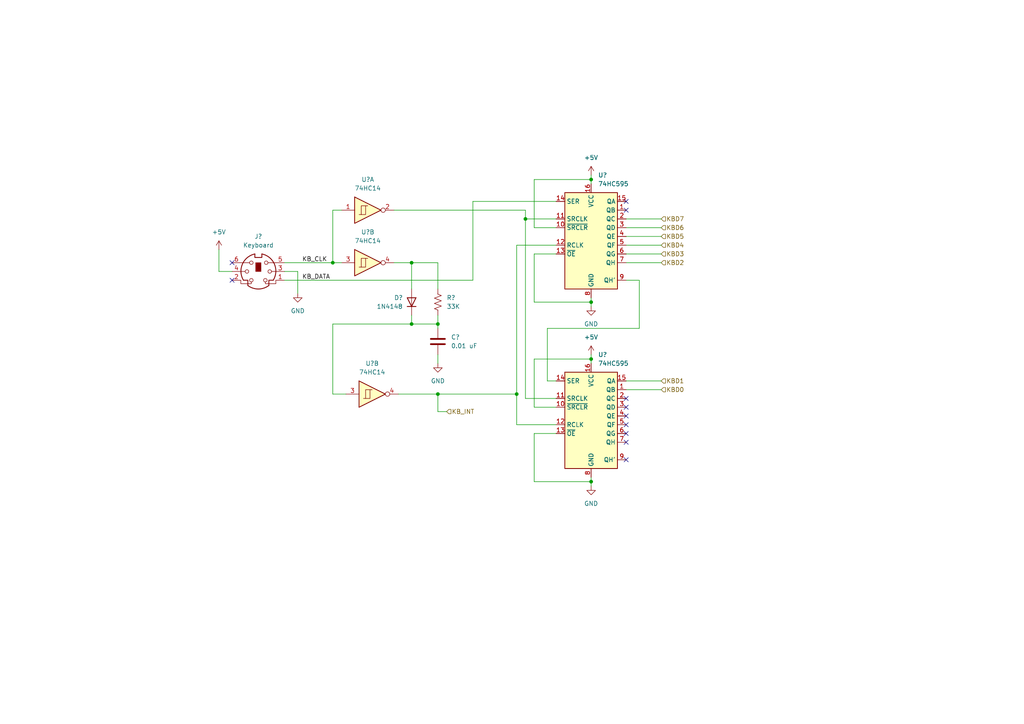
<source format=kicad_sch>
(kicad_sch (version 20211123) (generator eeschema)
  (paper "A4")
  (title_block (title "65816 -PS/2") (date "2022-03-21") (rev "v1") (company "Alexander Hansen"))
  (lib_symbols
    (symbol "74xx:74HC14" (pin_names (offset 1.016))
      (property "Reference" "U" (at 0 1.27 0))
      (property "Value" "74HC14" (at 0 -1.27 0))
      (symbol "74HC14_1_0"
        (polyline (pts (xy -3.81 3.81) (xy -3.81 -3.81) (xy 3.81 0) (xy -3.81 3.81)) (stroke (width 0.254)) (fill (type background)))
        (pin input line (at -7.62 0 0) (length 3.81) (name "~") (number "1"))
        (pin output inverted (at 7.62 0 180) (length 3.81) (name "~") (number "2"))
      )
      (symbol "74HC14_1_1"
        (polyline (pts (xy -1.905 -1.27) (xy -1.905 1.27) (xy -0.635 1.27)))
        (polyline (pts (xy -2.54 -1.27) (xy -0.635 -1.27) (xy -0.635 1.27) (xy 0 1.27)))
      )
      (symbol "74HC14_2_0"
        (polyline (pts (xy -3.81 3.81) (xy -3.81 -3.81) (xy 3.81 0) (xy -3.81 3.81)) (stroke (width 0.254)) (fill (type background)))
        (pin input line (at -7.62 0 0) (length 3.81) (name "~") (number "3"))
        (pin output inverted (at 7.62 0 180) (length 3.81) (name "~") (number "4"))
      )
      (symbol "74HC14_2_1"
        (polyline (pts (xy -1.905 -1.27) (xy -1.905 1.27) (xy -0.635 1.27)))
        (polyline (pts (xy -2.54 -1.27) (xy -0.635 -1.27) (xy -0.635 1.27) (xy 0 1.27)))
      )
      (symbol "74HC14_3_0"
        (polyline (pts (xy -3.81 3.81) (xy -3.81 -3.81) (xy 3.81 0) (xy -3.81 3.81)) (stroke (width 0.254)) (fill (type background)))
        (pin input line (at -7.62 0 0) (length 3.81) (name "~") (number "5"))
        (pin output inverted (at 7.62 0 180) (length 3.81) (name "~") (number "6"))
      )
      (symbol "74HC14_3_1"
        (polyline (pts (xy -1.905 -1.27) (xy -1.905 1.27) (xy -0.635 1.27)))
        (polyline (pts (xy -2.54 -1.27) (xy -0.635 -1.27) (xy -0.635 1.27) (xy 0 1.27)))
      )
      (symbol "74HC14_4_0"
        (polyline (pts (xy -3.81 3.81) (xy -3.81 -3.81) (xy 3.81 0) (xy -3.81 3.81)) (stroke (width 0.254)) (fill (type background)))
        (pin output inverted (at 7.62 0 180) (length 3.81) (name "~") (number "8"))
        (pin input line (at -7.62 0 0) (length 3.81) (name "~") (number "9"))
      )
      (symbol "74HC14_4_1"
        (polyline (pts (xy -1.905 -1.27) (xy -1.905 1.27) (xy -0.635 1.27)))
        (polyline (pts (xy -2.54 -1.27) (xy -0.635 -1.27) (xy -0.635 1.27) (xy 0 1.27)))
      )
      (symbol "74HC14_5_0"
        (polyline (pts (xy -3.81 3.81) (xy -3.81 -3.81) (xy 3.81 0) (xy -3.81 3.81)) (stroke (width 0.254)) (fill (type background)))
        (pin output inverted (at 7.62 0 180) (length 3.81) (name "~") (number "10"))
        (pin input line (at -7.62 0 0) (length 3.81) (name "~") (number "11"))
      )
      (symbol "74HC14_5_1"
        (polyline (pts (xy -1.905 -1.27) (xy -1.905 1.27) (xy -0.635 1.27)))
        (polyline (pts (xy -2.54 -1.27) (xy -0.635 -1.27) (xy -0.635 1.27) (xy 0 1.27)))
      )
      (symbol "74HC14_6_0"
        (polyline (pts (xy -3.81 3.81) (xy -3.81 -3.81) (xy 3.81 0) (xy -3.81 3.81)) (stroke (width 0.254)) (fill (type background)))
        (pin output inverted (at 7.62 0 180) (length 3.81) (name "~") (number "12"))
        (pin input line (at -7.62 0 0) (length 3.81) (name "~") (number "13"))
      )
      (symbol "74HC14_6_1"
        (polyline (pts (xy -1.905 -1.27) (xy -1.905 1.27) (xy -0.635 1.27)))
        (polyline (pts (xy -2.54 -1.27) (xy -0.635 -1.27) (xy -0.635 1.27) (xy 0 1.27)))
      )
      (symbol "74HC14_7_0"
        (pin power_in line (at 0 12.7 270) (length 5.08) (name "VCC") (number "14"))
        (pin power_in line (at 0 -12.7 90) (length 5.08) (name "GND") (number "7"))
      )
      (symbol "74HC14_7_1"
        (rectangle (start -5.08 7.62) (end 5.08 -7.62) (stroke (width 0.254)) (fill (type background)))
      )
    )
    (symbol "74xx:74HC595"
      (property "Reference" "U" (at -7.62 13.97 0))
      (property "Value" "74HC595" (at -7.62 -16.51 0))
      (symbol "74HC595_1_0"
        (pin tri_state line (at 10.16 7.62 180) (length 2.54) (name "QB") (number "1"))
        (pin input line (at -10.16 2.54 0) (length 2.54) (name "~{SRCLR}") (number "10"))
        (pin input line (at -10.16 5.08 0) (length 2.54) (name "SRCLK") (number "11"))
        (pin input line (at -10.16 -2.54 0) (length 2.54) (name "RCLK") (number "12"))
        (pin input line (at -10.16 -5.08 0) (length 2.54) (name "~{OE}") (number "13"))
        (pin input line (at -10.16 10.16 0) (length 2.54) (name "SER") (number "14"))
        (pin tri_state line (at 10.16 10.16 180) (length 2.54) (name "QA") (number "15"))
        (pin power_in line (at 0 15.24 270) (length 2.54) (name "VCC") (number "16"))
        (pin tri_state line (at 10.16 5.08 180) (length 2.54) (name "QC") (number "2"))
        (pin tri_state line (at 10.16 2.54 180) (length 2.54) (name "QD") (number "3"))
        (pin tri_state line (at 10.16 0 180) (length 2.54) (name "QE") (number "4"))
        (pin tri_state line (at 10.16 -2.54 180) (length 2.54) (name "QF") (number "5"))
        (pin tri_state line (at 10.16 -5.08 180) (length 2.54) (name "QG") (number "6"))
        (pin tri_state line (at 10.16 -7.62 180) (length 2.54) (name "QH") (number "7"))
        (pin power_in line (at 0 -17.78 90) (length 2.54) (name "GND") (number "8"))
        (pin output line (at 10.16 -12.7 180) (length 2.54) (name "QH'") (number "9"))
      )
      (symbol "74HC595_1_1"
        (rectangle (start -7.62 12.7) (end 7.62 -15.24) (stroke (width 0.254)) (fill (type background)))
      )
    )
    (symbol "Connector:Mini-DIN-6" (pin_names (offset 1.016))
      (property "Reference" "J" (at 0 6.35 0))
      (property "Value" "Mini-DIN-6" (at 0 -6.35 0))
      (symbol "Mini-DIN-6_0_1"
        (circle (center -3.302 0) (radius 0.508))
        (arc (start -3.048 -4.064) (mid 0 -5.08) (end 3.048 -4.064) (stroke (width 0.254)))
        (circle (center -2.032 -2.54) (radius 0.508))
        (circle (center -2.032 2.54) (radius 0.508))
        (arc (start -1.016 5.08) (mid -4.6243 2.1181) (end -4.318 -2.54) (stroke (width 0.254)))
        (rectangle (start -0.762 2.54) (end 0.762 0) (fill (type outline)))
        (polyline (pts (xy -3.81 0) (xy -5.08 0)))
        (polyline (pts (xy -2.54 2.54) (xy -5.08 2.54)))
        (polyline (pts (xy 2.794 2.54) (xy 5.08 2.54)))
        (polyline (pts (xy 5.08 0) (xy 3.81 0)))
        (polyline (pts (xy -4.318 -2.54) (xy -3.048 -2.54) (xy -3.048 -4.064)) (stroke (width 0.254)))
        (polyline (pts (xy 4.318 -2.54) (xy 3.048 -2.54) (xy 3.048 -4.064)) (stroke (width 0.254)))
        (polyline (pts (xy -2.032 -3.048) (xy -2.032 -3.556) (xy -5.08 -3.556) (xy -5.08 -2.54)))
        (polyline (pts (xy -1.016 5.08) (xy -1.016 4.064) (xy 1.016 4.064) (xy 1.016 5.08)) (stroke (width 0.254)))
        (polyline (pts (xy 2.032 -3.048) (xy 2.032 -3.556) (xy 5.08 -3.556) (xy 5.08 -2.54)))
        (circle (center 2.032 -2.54) (radius 0.508))
        (circle (center 2.286 2.54) (radius 0.508))
        (circle (center 3.302 0) (radius 0.508))
        (arc (start 4.318 -2.54) (mid 4.6646 2.1357) (end 1.016 5.08) (stroke (width 0.254)))
      )
      (symbol "Mini-DIN-6_1_1"
        (pin passive line (at 7.62 -2.54 180) (length 2.54) (name "~") (number "1"))
        (pin passive line (at -7.62 -2.54 0) (length 2.54) (name "~") (number "2"))
        (pin passive line (at 7.62 0 180) (length 2.54) (name "~") (number "3"))
        (pin passive line (at -7.62 0 0) (length 2.54) (name "~") (number "4"))
        (pin passive line (at 7.62 2.54 180) (length 2.54) (name "~") (number "5"))
        (pin passive line (at -7.62 2.54 0) (length 2.54) (name "~") (number "6"))
      )
    )
    (symbol "Device:C" (pin_numbers hide) (pin_names (offset 0.254))
      (property "Reference" "C" (at 0.635 2.54 0))
      (property "Value" "C" (at 0.635 -2.54 0))
      (symbol "C_0_1"
        (polyline (pts (xy -2.032 -0.762) (xy 2.032 -0.762)) (stroke (width 0.508)))
        (polyline (pts (xy -2.032 0.762) (xy 2.032 0.762)) (stroke (width 0.508)))
      )
      (symbol "C_1_1"
        (pin passive line (at 0 3.81 270) (length 2.794) (name "~") (number "1"))
        (pin passive line (at 0 -3.81 90) (length 2.794) (name "~") (number "2"))
      )
    )
    (symbol "Device:R_US" (pin_numbers hide) (pin_names (offset 0))
      (property "Reference" "R" (at 2.54 0 90))
      (property "Value" "R_US" (at -2.54 0 90))
      (symbol "R_US_0_1"
        (polyline (pts (xy 0 -2.286) (xy 0 -2.54)))
        (polyline (pts (xy 0 2.286) (xy 0 2.54)))
        (polyline (pts (xy 0 -0.762) (xy 1.016 -1.143) (xy 0 -1.524) (xy -1.016 -1.905) (xy 0 -2.286)))
        (polyline (pts (xy 0 0.762) (xy 1.016 0.381) (xy 0 0) (xy -1.016 -0.381) (xy 0 -0.762)))
        (polyline (pts (xy 0 2.286) (xy 1.016 1.905) (xy 0 1.524) (xy -1.016 1.143) (xy 0 0.762)))
      )
      (symbol "R_US_1_1"
        (pin passive line (at 0 3.81 270) (length 1.27) (name "~") (number "1"))
        (pin passive line (at 0 -3.81 90) (length 1.27) (name "~") (number "2"))
      )
    )
    (symbol "Diode:1N4148" (pin_numbers hide) (pin_names (offset 1.016) hide)
      (property "Reference" "D" (at 0 2.54 0))
      (property "Value" "1N4148" (at 0 -2.54 0))
      (symbol "1N4148_0_1"
        (polyline (pts (xy -1.27 1.27) (xy -1.27 -1.27)) (stroke (width 0.254)))
        (polyline (pts (xy 1.27 0) (xy -1.27 0)))
        (polyline (pts (xy 1.27 1.27) (xy 1.27 -1.27) (xy -1.27 0) (xy 1.27 1.27)) (stroke (width 0.254)))
      )
      (symbol "1N4148_1_1"
        (pin passive line (at -3.81 0 0) (length 2.54) (name "K") (number "1"))
        (pin passive line (at 3.81 0 180) (length 2.54) (name "A") (number "2"))
      )
    )
    (symbol "power:+5V" (power) (pin_names (offset 0))
      (property "Value" "+5V" (at 0 3.556 0))
      (symbol "+5V_0_1"
        (polyline (pts (xy -0.762 1.27) (xy 0 2.54)))
        (polyline (pts (xy 0 0) (xy 0 2.54)))
        (polyline (pts (xy 0 2.54) (xy 0.762 1.27)))
      )
      (symbol "+5V_1_1"
        (pin power_in line (at 0 0 90) (length 0) hide (name "+5V") (number "1"))
      )
    )
    (symbol "power:GND" (power) (pin_names (offset 0))
      (property "Value" "GND" (at 0 -3.81 0))
      (symbol "GND_0_1"
        (polyline (pts (xy 0 0) (xy 0 -1.27) (xy 1.27 -1.27) (xy 0 -2.54) (xy -1.27 -1.27) (xy 0 -1.27)))
      )
      (symbol "GND_1_1"
        (pin power_in line (at 0 0 270) (length 0) hide (name "GND") (number "1"))
      )
    )
  )
  (junction (at 171.45 52.07))
  (junction (at 171.45 87.63))
  (junction (at 119.38 93.98))
  (junction (at 127 93.98))
  (junction (at 119.38 76.2))
  (junction (at 96.52 76.2))
  (junction (at 152.4 63.5))
  (junction (at 127 114.3))
  (junction (at 149.86 114.3))
  (junction (at 171.45 104.14))
  (junction (at 171.45 139.7))
  (no_connect (at 181.61 58.42))
  (no_connect (at 181.61 60.96))
  (no_connect (at 67.31 81.28))
  (no_connect (at 67.31 76.2))
  (no_connect (at 181.61 118.11))
  (no_connect (at 181.61 115.57))
  (no_connect (at 181.61 133.35))
  (no_connect (at 181.61 128.27))
  (no_connect (at 181.61 120.65))
  (no_connect (at 181.61 125.73))
  (no_connect (at 181.61 123.19))
  (wire (pts (xy 154.94 66.04) (xy 154.94 52.07)))
  (wire (pts (xy 161.29 118.11) (xy 154.94 118.11)))
  (wire (pts (xy 119.38 93.98) (xy 96.52 93.98)))
  (wire (pts (xy 82.55 81.28) (xy 137.16 81.28)))
  (wire (pts (xy 152.4 115.57) (xy 161.29 115.57)))
  (wire (pts (xy 161.29 66.04) (xy 154.94 66.04)))
  (wire (pts (xy 82.55 76.2) (xy 96.52 76.2)))
  (wire (pts (xy 152.4 63.5) (xy 161.29 63.5)))
  (wire (pts (xy 171.45 87.63) (xy 171.45 88.9)))
  (wire (pts (xy 154.94 87.63) (xy 171.45 87.63)))
  (wire (pts (xy 119.38 76.2) (xy 127 76.2)))
  (wire (pts (xy 181.61 110.49) (xy 191.77 110.49)))
  (wire (pts (xy 149.86 71.12) (xy 161.29 71.12)))
  (wire (pts (xy 114.3 76.2) (xy 119.38 76.2)))
  (wire (pts (xy 127 102.87) (xy 127 105.41)))
  (wire (pts (xy 171.45 50.8) (xy 171.45 52.07)))
  (wire (pts (xy 171.45 52.07) (xy 171.45 53.34)))
  (wire (pts (xy 181.61 66.04) (xy 191.77 66.04)))
  (wire (pts (xy 158.75 110.49) (xy 161.29 110.49)))
  (wire (pts (xy 161.29 73.66) (xy 154.94 73.66)))
  (wire (pts (xy 149.86 123.19) (xy 161.29 123.19)))
  (wire (pts (xy 96.52 60.96) (xy 96.52 76.2)))
  (wire (pts (xy 63.5 72.39) (xy 63.5 78.74)))
  (wire (pts (xy 154.94 52.07) (xy 171.45 52.07)))
  (wire (pts (xy 154.94 73.66) (xy 154.94 87.63)))
  (wire (pts (xy 154.94 118.11) (xy 154.94 104.14)))
  (wire (pts (xy 119.38 91.44) (xy 119.38 93.98)))
  (wire (pts (xy 127 93.98) (xy 127 95.25)))
  (wire (pts (xy 171.45 102.87) (xy 171.45 104.14)))
  (wire (pts (xy 96.52 114.3) (xy 100.33 114.3)))
  (wire (pts (xy 127 114.3) (xy 127 119.38)))
  (wire (pts (xy 181.61 113.03) (xy 191.77 113.03)))
  (wire (pts (xy 96.52 76.2) (xy 99.06 76.2)))
  (wire (pts (xy 67.31 78.74) (xy 63.5 78.74)))
  (wire (pts (xy 119.38 76.2) (xy 119.38 83.82)))
  (wire (pts (xy 171.45 139.7) (xy 171.45 140.97)))
  (wire (pts (xy 99.06 60.96) (xy 96.52 60.96)))
  (wire (pts (xy 181.61 68.58) (xy 191.77 68.58)))
  (wire (pts (xy 129.54 119.38) (xy 127 119.38)))
  (wire (pts (xy 152.4 63.5) (xy 152.4 115.57)))
  (wire (pts (xy 96.52 93.98) (xy 96.52 114.3)))
  (wire (pts (xy 171.45 138.43) (xy 171.45 139.7)))
  (wire (pts (xy 185.42 95.25) (xy 158.75 95.25)))
  (wire (pts (xy 127 114.3) (xy 149.86 114.3)))
  (wire (pts (xy 154.94 104.14) (xy 171.45 104.14)))
  (wire (pts (xy 137.16 58.42) (xy 161.29 58.42)))
  (wire (pts (xy 181.61 73.66) (xy 191.77 73.66)))
  (wire (pts (xy 152.4 60.96) (xy 152.4 63.5)))
  (wire (pts (xy 181.61 76.2) (xy 191.77 76.2)))
  (wire (pts (xy 171.45 86.36) (xy 171.45 87.63)))
  (wire (pts (xy 181.61 63.5) (xy 191.77 63.5)))
  (wire (pts (xy 161.29 125.73) (xy 154.94 125.73)))
  (wire (pts (xy 137.16 81.28) (xy 137.16 58.42)))
  (wire (pts (xy 127 93.98) (xy 119.38 93.98)))
  (wire (pts (xy 127 76.2) (xy 127 83.82)))
  (wire (pts (xy 181.61 81.28) (xy 185.42 81.28)))
  (wire (pts (xy 154.94 125.73) (xy 154.94 139.7)))
  (wire (pts (xy 154.94 139.7) (xy 171.45 139.7)))
  (wire (pts (xy 149.86 114.3) (xy 149.86 123.19)))
  (wire (pts (xy 171.45 104.14) (xy 171.45 105.41)))
  (wire (pts (xy 114.3 60.96) (xy 152.4 60.96)))
  (wire (pts (xy 82.55 78.74) (xy 86.36 78.74)))
  (wire (pts (xy 127 91.44) (xy 127 93.98)))
  (wire (pts (xy 115.57 114.3) (xy 127 114.3)))
  (wire (pts (xy 86.36 85.09) (xy 86.36 78.74)))
  (wire (pts (xy 185.42 81.28) (xy 185.42 95.25)))
  (wire (pts (xy 158.75 95.25) (xy 158.75 110.49)))
  (wire (pts (xy 149.86 114.3) (xy 149.86 71.12)))
  (wire (pts (xy 181.61 71.12) (xy 191.77 71.12)))
  (label "KB_CLK" (at 87.63 76.2 0))
  (label "KB_DATA" (at 87.63 81.28 0))
  (hierarchical_label "KBD3" (shape input) (at 191.77 73.66 0))
  (hierarchical_label "KBD4" (shape input) (at 191.77 71.12 0))
  (hierarchical_label "KBD1" (shape input) (at 191.77 110.49 0))
  (hierarchical_label "KBD0" (shape input) (at 191.77 113.03 0))
  (hierarchical_label "KBD2" (shape input) (at 191.77 76.2 0))
  (hierarchical_label "KB_INT" (shape input) (at 129.54 119.38 0))
  (hierarchical_label "KBD7" (shape input) (at 191.77 63.5 0))
  (hierarchical_label "KBD5" (shape input) (at 191.77 68.58 0))
  (hierarchical_label "KBD6" (shape input) (at 191.77 66.04 0))
  (symbol (lib_id "74xx:74HC14") (at 106.68 60.96 0) (unit 1)
    (property "Reference" "U?" (at 106.68 52.07 0))
    (property "Value" "74HC14" (at 106.68 54.61 0))
    (property "Datasheet" "http://www.ti.com/lit/gpn/sn74HC14" (effects hide))
  )
  (symbol (lib_id "Device:C") (at 127 99.06 0) (unit 1)
    (property "Reference" "C?" (at 130.81 97.7899 0) (effects (justify left)))
    (property "Value" "0.01 uF" (at 130.81 100.3299 0) (effects (justify left)))
  )
  (symbol (lib_id "74xx:74HC595") (at 171.45 120.65 0) (unit 1)
    (property "Reference" "U?" (at 173.4694 102.87 0) (effects (justify left)))
    (property "Value" "74HC595" (at 173.4694 105.41 0) (effects (justify left)))
    (property "Datasheet" "http://www.ti.com/lit/ds/symlink/sn74hc595.pdf" (effects hide))
  )
  (symbol (lib_id "74xx:74HC595") (at 171.45 68.58 0) (unit 1)
    (property "Reference" "U?" (at 173.4694 50.8 0) (effects (justify left)))
    (property "Value" "74HC595" (at 173.4694 53.34 0) (effects (justify left)))
    (property "Datasheet" "http://www.ti.com/lit/ds/symlink/sn74hc595.pdf" (effects hide))
  )
  (symbol (lib_id "power:GND") (at 171.45 140.97 0) (unit 1)
    (property "Reference" "#PWR0110" (effects hide))
    (property "Value" "GND" (at 171.45 146.05 0))
  )
  (symbol (lib_id "power:GND") (at 171.45 88.9 0) (unit 1)
    (property "Reference" "#PWR0107" (effects hide))
    (property "Value" "GND" (at 171.45 93.98 0))
  )
  (symbol (lib_id "power:+5V") (at 63.5 72.39 0) (unit 1)
    (property "Reference" "#PWR0112" (effects hide))
    (property "Value" "+5V" (at 63.5 67.31 0))
  )
  (symbol (lib_id "power:+5V") (at 171.45 50.8 0) (unit 1)
    (property "Reference" "#PWR0108" (effects hide))
    (property "Value" "+5V" (at 171.45 45.72 0))
  )
  (symbol (lib_id "Diode:1N4148") (at 119.38 87.63 270) (mirror x) (unit 1)
    (property "Reference" "D?" (at 114.3 86.36 90) (effects (justify left)))
    (property "Value" "1N4148" (at 109.22 88.9 90) (effects (justify left)))
    (property "Footprint" "Diode_THT:D_DO-35_SOD27_P7.62mm_Horizontal" (effects hide))
    (property "Datasheet" "https://assets.nexperia.com/documents/data-sheet/1N4148_1N4448.pdf" (effects hide))
  )
  (symbol (lib_id "power:+5V") (at 171.45 102.87 0) (unit 1)
    (property "Reference" "#PWR0111" (effects hide))
    (property "Value" "+5V" (at 171.45 97.79 0))
  )
  (symbol (lib_id "Connector:Mini-DIN-6") (at 74.93 78.74 0) (unit 1)
    (property "Reference" "J?" (at 74.9477 68.58 0))
    (property "Value" "Keyboard" (at 74.9477 71.12 0))
    (property "Datasheet" "http://service.powerdynamics.com/ec/Catalog17/Section%2011.pdf" (effects hide))
  )
  (symbol (lib_id "74xx:74HC14") (at 107.95 114.3 0) (unit 2)
    (property "Reference" "U?" (at 107.95 105.41 0))
    (property "Value" "74HC14" (at 107.95 107.95 0))
    (property "Datasheet" "http://www.ti.com/lit/gpn/sn74HC14" (effects hide))
  )
  (symbol (lib_id "power:GND") (at 86.36 85.09 0) (unit 1)
    (property "Reference" "#PWR0113" (effects hide))
    (property "Value" "GND" (at 86.36 90.17 0))
  )
  (symbol (lib_id "Device:R_US") (at 127 87.63 0) (unit 1)
    (property "Reference" "R?" (at 129.54 86.3599 0) (effects (justify left)))
    (property "Value" "33K" (at 129.54 88.8999 0) (effects (justify left)))
  )
  (symbol (lib_id "power:GND") (at 127 105.41 0) (unit 1)
    (property "Reference" "#PWR0109" (effects hide))
    (property "Value" "GND" (at 127 110.49 0))
  )
  (symbol (lib_id "74xx:74HC14") (at 106.68 76.2 0) (unit 2)
    (property "Reference" "U?" (at 106.68 67.31 0))
    (property "Value" "74HC14" (at 106.68 69.85 0))
    (property "Datasheet" "http://www.ti.com/lit/gpn/sn74HC14" (effects hide))
  )
)
</source>
